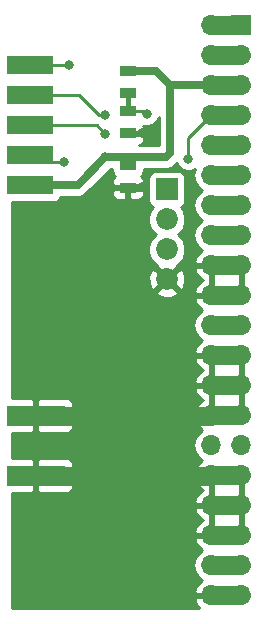
<source format=gbl>
G04 #@! TF.GenerationSoftware,KiCad,Pcbnew,5.0.2-bee76a0~70~ubuntu16.04.1*
G04 #@! TF.CreationDate,2019-12-01T18:04:24-08:00*
G04 #@! TF.ProjectId,io_jumper,696f5f6a-756d-4706-9572-2e6b69636164,1.0*
G04 #@! TF.SameCoordinates,PX7471920PY2d4cae0*
G04 #@! TF.FileFunction,Copper,L2,Bot*
G04 #@! TF.FilePolarity,Positive*
%FSLAX46Y46*%
G04 Gerber Fmt 4.6, Leading zero omitted, Abs format (unit mm)*
G04 Created by KiCad (PCBNEW 5.0.2-bee76a0~70~ubuntu16.04.1) date Sun 01 Dec 2019 06:04:24 PM PST*
%MOMM*%
%LPD*%
G01*
G04 APERTURE LIST*
G04 #@! TA.AperFunction,ComponentPad*
%ADD10R,1.700000X1.700000*%
G04 #@! TD*
G04 #@! TA.AperFunction,ComponentPad*
%ADD11O,1.700000X1.700000*%
G04 #@! TD*
G04 #@! TA.AperFunction,SMDPad,CuDef*
%ADD12R,1.397000X0.889000*%
G04 #@! TD*
G04 #@! TA.AperFunction,SMDPad,CuDef*
%ADD13R,4.000000X1.600000*%
G04 #@! TD*
G04 #@! TA.AperFunction,SMDPad,CuDef*
%ADD14R,5.000000X1.700000*%
G04 #@! TD*
G04 #@! TA.AperFunction,ComponentPad*
%ADD15R,1.850000X1.850000*%
G04 #@! TD*
G04 #@! TA.AperFunction,ComponentPad*
%ADD16C,1.850000*%
G04 #@! TD*
G04 #@! TA.AperFunction,ViaPad*
%ADD17C,0.800000*%
G04 #@! TD*
G04 #@! TA.AperFunction,Conductor*
%ADD18C,0.700000*%
G04 #@! TD*
G04 #@! TA.AperFunction,Conductor*
%ADD19C,0.250000*%
G04 #@! TD*
G04 #@! TA.AperFunction,Conductor*
%ADD20C,1.600000*%
G04 #@! TD*
G04 #@! TA.AperFunction,Conductor*
%ADD21C,0.400000*%
G04 #@! TD*
G04 #@! TA.AperFunction,Conductor*
%ADD22C,0.254000*%
G04 #@! TD*
G04 APERTURE END LIST*
D10*
G04 #@! TO.P,P1,1*
G04 #@! TO.N,Net-(P1-Pad1)*
X20100000Y-1700000D03*
D11*
G04 #@! TO.P,P1,2*
X17560000Y-1700000D03*
G04 #@! TO.P,P1,3*
G04 #@! TO.N,Net-(P1-Pad3)*
X20100000Y-4240000D03*
G04 #@! TO.P,P1,4*
X17560000Y-4240000D03*
G04 #@! TO.P,P1,5*
G04 #@! TO.N,VCC*
X20100000Y-6780000D03*
G04 #@! TO.P,P1,6*
X17560000Y-6780000D03*
G04 #@! TO.P,P1,7*
G04 #@! TO.N,Net-(P1-Pad7)*
X20100000Y-9320000D03*
G04 #@! TO.P,P1,8*
X17560000Y-9320000D03*
G04 #@! TO.P,P1,9*
G04 #@! TO.N,Net-(P1-Pad10)*
X20100000Y-11860000D03*
G04 #@! TO.P,P1,10*
X17560000Y-11860000D03*
G04 #@! TO.P,P1,11*
G04 #@! TO.N,Net-(DB2-Pad1)*
X20100000Y-14400000D03*
G04 #@! TO.P,P1,12*
X17560000Y-14400000D03*
G04 #@! TO.P,P1,13*
G04 #@! TO.N,Net-(DB2-Pad2)*
X20100000Y-16940000D03*
G04 #@! TO.P,P1,14*
X17560000Y-16940000D03*
G04 #@! TO.P,P1,15*
G04 #@! TO.N,Net-(DB2-Pad3)*
X20100000Y-19480000D03*
G04 #@! TO.P,P1,16*
X17560000Y-19480000D03*
G04 #@! TO.P,P1,17*
G04 #@! TO.N,GNDS*
X20100000Y-22020000D03*
G04 #@! TO.P,P1,18*
X17560000Y-22020000D03*
G04 #@! TO.P,P1,19*
X20100000Y-24560000D03*
G04 #@! TO.P,P1,20*
X17560000Y-24560000D03*
G04 #@! TO.P,P1,21*
G04 #@! TO.N,Net-(P1-Pad21)*
X20100000Y-27100000D03*
G04 #@! TO.P,P1,22*
X17560000Y-27100000D03*
G04 #@! TO.P,P1,23*
G04 #@! TO.N,GNDS*
X20100000Y-29640000D03*
G04 #@! TO.P,P1,24*
X17560000Y-29640000D03*
G04 #@! TO.P,P1,25*
X20100000Y-32180000D03*
G04 #@! TO.P,P1,26*
X17560000Y-32180000D03*
G04 #@! TO.P,P1,27*
X20100000Y-34720000D03*
G04 #@! TO.P,P1,28*
X17560000Y-34720000D03*
G04 #@! TO.P,P1,29*
G04 #@! TO.N,Net-(P1-Pad29)*
X20100000Y-37260000D03*
G04 #@! TO.P,P1,30*
G04 #@! TO.N,Net-(P1-Pad30)*
X17560000Y-37260000D03*
G04 #@! TO.P,P1,31*
G04 #@! TO.N,GNDS*
X20100000Y-39800000D03*
G04 #@! TO.P,P1,32*
X17560000Y-39800000D03*
G04 #@! TO.P,P1,33*
X20100000Y-42340000D03*
G04 #@! TO.P,P1,34*
X17560000Y-42340000D03*
G04 #@! TO.P,P1,35*
X20100000Y-44880000D03*
G04 #@! TO.P,P1,36*
X17560000Y-44880000D03*
G04 #@! TO.P,P1,37*
G04 #@! TO.N,Net-(P1-Pad37)*
X20100000Y-47420000D03*
G04 #@! TO.P,P1,38*
X17560000Y-47420000D03*
G04 #@! TO.P,P1,39*
G04 #@! TO.N,GNDS*
X20100000Y-49960000D03*
G04 #@! TO.P,P1,40*
X17560000Y-49960000D03*
G04 #@! TD*
D12*
G04 #@! TO.P,J2,1*
G04 #@! TO.N,VCC*
X10500000Y-5547500D03*
G04 #@! TO.P,J2,2*
G04 #@! TO.N,Net-(J1-Pad1)*
X10500000Y-7452500D03*
G04 #@! TD*
G04 #@! TO.P,C1,1*
G04 #@! TO.N,GNDS*
X10500000Y-15452500D03*
G04 #@! TO.P,C1,2*
G04 #@! TO.N,VCC*
X10500000Y-13547500D03*
G04 #@! TD*
D13*
G04 #@! TO.P,DB1,2*
G04 #@! TO.N,Net-(DB1-Pad2)*
X2189539Y-5071021D03*
G04 #@! TO.P,DB1,4*
G04 #@! TO.N,Net-(DB1-Pad4)*
X2189539Y-7611021D03*
G04 #@! TO.P,DB1,6*
G04 #@! TO.N,Net-(DB1-Pad6)*
X2189539Y-10151021D03*
G04 #@! TO.P,DB1,8*
G04 #@! TO.N,Net-(DB1-Pad8)*
X2189539Y-12691021D03*
G04 #@! TO.P,DB1,10*
G04 #@! TO.N,VCC*
X2189539Y-15231021D03*
G04 #@! TD*
D12*
G04 #@! TO.P,J1,2*
G04 #@! TO.N,GNDS*
X10500000Y-10852500D03*
G04 #@! TO.P,J1,1*
G04 #@! TO.N,Net-(J1-Pad1)*
X10500000Y-8947500D03*
G04 #@! TD*
D14*
G04 #@! TO.P,RF3,2*
G04 #@! TO.N,GNDS*
X2700000Y-34760000D03*
X2700000Y-39840000D03*
G04 #@! TD*
D15*
G04 #@! TO.P,DB2,1*
G04 #@! TO.N,Net-(DB2-Pad1)*
X13800000Y-15600000D03*
D16*
G04 #@! TO.P,DB2,2*
G04 #@! TO.N,Net-(DB2-Pad2)*
X13800000Y-18140000D03*
G04 #@! TO.P,DB2,3*
G04 #@! TO.N,Net-(DB2-Pad3)*
X13800000Y-20680000D03*
G04 #@! TO.P,DB2,4*
G04 #@! TO.N,GNDS*
X13800000Y-23220000D03*
G04 #@! TD*
D17*
G04 #@! TO.N,VCC*
X8589539Y-12871021D03*
G04 #@! TO.N,GNDS*
X11700000Y-10800000D03*
X11700000Y-15400000D03*
G04 #@! TO.N,Net-(J1-Pad1)*
X12100000Y-9200000D03*
G04 #@! TO.N,Net-(DB1-Pad2)*
X5489539Y-5071021D03*
G04 #@! TO.N,Net-(DB1-Pad4)*
X8589539Y-9271021D03*
G04 #@! TO.N,Net-(DB1-Pad6)*
X8589539Y-10871021D03*
G04 #@! TO.N,Net-(DB1-Pad8)*
X5089539Y-13271021D03*
G04 #@! TO.N,Net-(P1-Pad7)*
X15600000Y-13000000D03*
G04 #@! TD*
D18*
G04 #@! TO.N,VCC*
X17560000Y-6780000D02*
X14920000Y-6780000D01*
X8589539Y-12871021D02*
X13728979Y-12871021D01*
X13728979Y-12871021D02*
X14100000Y-12500000D01*
D19*
X10500000Y-13547500D02*
X10500000Y-12900000D01*
D18*
X12847500Y-5547500D02*
X10500000Y-5547500D01*
X14100000Y-6800000D02*
X12847500Y-5547500D01*
X14100000Y-12400000D02*
X14100000Y-6800000D01*
X14920000Y-6780000D02*
X14120000Y-6780000D01*
X14120000Y-6780000D02*
X14100000Y-6800000D01*
X2189539Y-15231021D02*
X6268979Y-15231021D01*
X6268979Y-15231021D02*
X8600000Y-12900000D01*
D20*
X17560000Y-6780000D02*
X20100000Y-6780000D01*
D21*
G04 #@! TO.N,GNDS*
X11647500Y-10852500D02*
X11700000Y-10800000D01*
X10500000Y-10852500D02*
X11647500Y-10852500D01*
D18*
X11647500Y-15452500D02*
X11700000Y-15400000D01*
X10500000Y-15452500D02*
X11647500Y-15452500D01*
D20*
X17560000Y-22020000D02*
X20100000Y-22020000D01*
X17560000Y-24560000D02*
X20100000Y-24560000D01*
X17560000Y-29640000D02*
X20100000Y-29640000D01*
X17560000Y-32180000D02*
X20100000Y-32180000D01*
X17560000Y-34720000D02*
X20100000Y-34720000D01*
X17560000Y-39800000D02*
X20100000Y-39800000D01*
X17560000Y-42340000D02*
X20100000Y-42340000D01*
X17560000Y-44880000D02*
X20100000Y-44880000D01*
X17560000Y-49960000D02*
X20100000Y-49960000D01*
X17520000Y-34760000D02*
X17560000Y-34720000D01*
X2700000Y-34760000D02*
X17520000Y-34760000D01*
X17520000Y-39840000D02*
X17560000Y-39800000D01*
X2700000Y-39840000D02*
X17520000Y-39840000D01*
D19*
G04 #@! TO.N,Net-(J1-Pad1)*
X10500000Y-8947500D02*
X11847500Y-8947500D01*
X11847500Y-8947500D02*
X12100000Y-9200000D01*
D21*
X10500000Y-7452500D02*
X10500000Y-8947500D01*
D19*
G04 #@! TO.N,Net-(DB1-Pad2)*
X5489539Y-5071021D02*
X2389539Y-5071021D01*
X2389539Y-5071021D02*
X2289539Y-5171021D01*
G04 #@! TO.N,Net-(DB1-Pad4)*
X4439539Y-7611021D02*
X2189539Y-7611021D01*
X6363854Y-7611021D02*
X4439539Y-7611021D01*
X8023854Y-9271021D02*
X6363854Y-7611021D01*
X8589539Y-9271021D02*
X8023854Y-9271021D01*
G04 #@! TO.N,Net-(DB1-Pad6)*
X7869539Y-10151021D02*
X2189539Y-10151021D01*
X8589539Y-10871021D02*
X7869539Y-10151021D01*
G04 #@! TO.N,Net-(DB1-Pad8)*
X2769539Y-13271021D02*
X2189539Y-12691021D01*
X5089539Y-13271021D02*
X2769539Y-13271021D01*
G04 #@! TO.N,Net-(P1-Pad7)*
X15600000Y-11280000D02*
X17560000Y-9320000D01*
X15600000Y-13000000D02*
X15600000Y-11280000D01*
D20*
X17560000Y-9320000D02*
X20100000Y-9320000D01*
G04 #@! TO.N,Net-(P1-Pad10)*
X17560000Y-11860000D02*
X20100000Y-11860000D01*
G04 #@! TO.N,Net-(P1-Pad1)*
X17560000Y-1700000D02*
X20100000Y-1700000D01*
G04 #@! TO.N,Net-(P1-Pad3)*
X17560000Y-4240000D02*
X20100000Y-4240000D01*
G04 #@! TO.N,Net-(DB2-Pad1)*
X17560000Y-14400000D02*
X20100000Y-14400000D01*
G04 #@! TO.N,Net-(DB2-Pad2)*
X17560000Y-16940000D02*
X20100000Y-16940000D01*
G04 #@! TO.N,Net-(DB2-Pad3)*
X17560000Y-19480000D02*
X20100000Y-19480000D01*
G04 #@! TO.N,Net-(P1-Pad21)*
X17560000Y-27100000D02*
X20100000Y-27100000D01*
G04 #@! TO.N,Net-(P1-Pad37)*
X17560000Y-47420000D02*
X20100000Y-47420000D01*
G04 #@! TD*
D22*
G04 #@! TO.N,GNDS*
G36*
X14722569Y-13586280D02*
X15013720Y-13877431D01*
X15394126Y-14035000D01*
X15805874Y-14035000D01*
X16146582Y-13893874D01*
X16045908Y-14400000D01*
X16161161Y-14979418D01*
X16489375Y-15470625D01*
X16787761Y-15670000D01*
X16489375Y-15869375D01*
X16161161Y-16360582D01*
X16045908Y-16940000D01*
X16161161Y-17519418D01*
X16489375Y-18010625D01*
X16787761Y-18210000D01*
X16489375Y-18409375D01*
X16161161Y-18900582D01*
X16045908Y-19480000D01*
X16161161Y-20059418D01*
X16489375Y-20550625D01*
X16808478Y-20763843D01*
X16678642Y-20824817D01*
X16288355Y-21253076D01*
X16118524Y-21663110D01*
X16239845Y-21893000D01*
X17433000Y-21893000D01*
X17433000Y-21873000D01*
X17687000Y-21873000D01*
X17687000Y-21893000D01*
X19973000Y-21893000D01*
X19973000Y-21873000D01*
X20227000Y-21873000D01*
X20227000Y-21893000D01*
X20247000Y-21893000D01*
X20247000Y-22147000D01*
X20227000Y-22147000D01*
X20227000Y-24433000D01*
X20247000Y-24433000D01*
X20247000Y-24687000D01*
X20227000Y-24687000D01*
X20227000Y-24707000D01*
X19973000Y-24707000D01*
X19973000Y-24687000D01*
X17687000Y-24687000D01*
X17687000Y-24707000D01*
X17433000Y-24707000D01*
X17433000Y-24687000D01*
X16239845Y-24687000D01*
X16118524Y-24916890D01*
X16288355Y-25326924D01*
X16678642Y-25755183D01*
X16808478Y-25816157D01*
X16489375Y-26029375D01*
X16161161Y-26520582D01*
X16045908Y-27100000D01*
X16161161Y-27679418D01*
X16489375Y-28170625D01*
X16808478Y-28383843D01*
X16678642Y-28444817D01*
X16288355Y-28873076D01*
X16118524Y-29283110D01*
X16239845Y-29513000D01*
X17433000Y-29513000D01*
X17433000Y-29493000D01*
X17687000Y-29493000D01*
X17687000Y-29513000D01*
X19973000Y-29513000D01*
X19973000Y-29493000D01*
X20227000Y-29493000D01*
X20227000Y-29513000D01*
X20247000Y-29513000D01*
X20247000Y-29767000D01*
X20227000Y-29767000D01*
X20227000Y-32053000D01*
X20247000Y-32053000D01*
X20247000Y-32307000D01*
X20227000Y-32307000D01*
X20227000Y-34593000D01*
X20247000Y-34593000D01*
X20247000Y-34847000D01*
X20227000Y-34847000D01*
X20227000Y-34867000D01*
X19973000Y-34867000D01*
X19973000Y-34847000D01*
X17687000Y-34847000D01*
X17687000Y-34867000D01*
X17433000Y-34867000D01*
X17433000Y-34847000D01*
X16239845Y-34847000D01*
X16118524Y-35076890D01*
X16288355Y-35486924D01*
X16678642Y-35915183D01*
X16808478Y-35976157D01*
X16489375Y-36189375D01*
X16161161Y-36680582D01*
X16045908Y-37260000D01*
X16161161Y-37839418D01*
X16489375Y-38330625D01*
X16808478Y-38543843D01*
X16678642Y-38604817D01*
X16288355Y-39033076D01*
X16118524Y-39443110D01*
X16239845Y-39673000D01*
X17433000Y-39673000D01*
X17433000Y-39653000D01*
X17687000Y-39653000D01*
X17687000Y-39673000D01*
X19973000Y-39673000D01*
X19973000Y-39653000D01*
X20227000Y-39653000D01*
X20227000Y-39673000D01*
X20247000Y-39673000D01*
X20247000Y-39927000D01*
X20227000Y-39927000D01*
X20227000Y-42213000D01*
X20247000Y-42213000D01*
X20247000Y-42467000D01*
X20227000Y-42467000D01*
X20227000Y-44753000D01*
X20247000Y-44753000D01*
X20247000Y-45007000D01*
X20227000Y-45007000D01*
X20227000Y-45027000D01*
X19973000Y-45027000D01*
X19973000Y-45007000D01*
X17687000Y-45007000D01*
X17687000Y-45027000D01*
X17433000Y-45027000D01*
X17433000Y-45007000D01*
X16239845Y-45007000D01*
X16118524Y-45236890D01*
X16288355Y-45646924D01*
X16678642Y-46075183D01*
X16808478Y-46136157D01*
X16489375Y-46349375D01*
X16161161Y-46840582D01*
X16045908Y-47420000D01*
X16161161Y-47999418D01*
X16489375Y-48490625D01*
X16808478Y-48703843D01*
X16678642Y-48764817D01*
X16288355Y-49193076D01*
X16118524Y-49603110D01*
X16239845Y-49833000D01*
X17433000Y-49833000D01*
X17433000Y-49813000D01*
X17687000Y-49813000D01*
X17687000Y-49833000D01*
X19973000Y-49833000D01*
X19973000Y-49813000D01*
X20227000Y-49813000D01*
X20227000Y-49833000D01*
X20247000Y-49833000D01*
X20247000Y-50087000D01*
X20227000Y-50087000D01*
X20227000Y-50107000D01*
X19973000Y-50107000D01*
X19973000Y-50087000D01*
X17687000Y-50087000D01*
X17687000Y-50107000D01*
X17433000Y-50107000D01*
X17433000Y-50087000D01*
X16239845Y-50087000D01*
X16118524Y-50316890D01*
X16288355Y-50726924D01*
X16550888Y-51015000D01*
X685000Y-51015000D01*
X685000Y-42696890D01*
X16118524Y-42696890D01*
X16288355Y-43106924D01*
X16678642Y-43535183D01*
X16837954Y-43610000D01*
X16678642Y-43684817D01*
X16288355Y-44113076D01*
X16118524Y-44523110D01*
X16239845Y-44753000D01*
X17433000Y-44753000D01*
X17433000Y-42467000D01*
X17687000Y-42467000D01*
X17687000Y-44753000D01*
X19973000Y-44753000D01*
X19973000Y-42467000D01*
X17687000Y-42467000D01*
X17433000Y-42467000D01*
X16239845Y-42467000D01*
X16118524Y-42696890D01*
X685000Y-42696890D01*
X685000Y-41325000D01*
X2414250Y-41325000D01*
X2573000Y-41166250D01*
X2573000Y-39967000D01*
X2827000Y-39967000D01*
X2827000Y-41166250D01*
X2985750Y-41325000D01*
X5326310Y-41325000D01*
X5559699Y-41228327D01*
X5738327Y-41049698D01*
X5835000Y-40816309D01*
X5835000Y-40156890D01*
X16118524Y-40156890D01*
X16288355Y-40566924D01*
X16678642Y-40995183D01*
X16837954Y-41070000D01*
X16678642Y-41144817D01*
X16288355Y-41573076D01*
X16118524Y-41983110D01*
X16239845Y-42213000D01*
X17433000Y-42213000D01*
X17433000Y-39927000D01*
X17687000Y-39927000D01*
X17687000Y-42213000D01*
X19973000Y-42213000D01*
X19973000Y-39927000D01*
X17687000Y-39927000D01*
X17433000Y-39927000D01*
X16239845Y-39927000D01*
X16118524Y-40156890D01*
X5835000Y-40156890D01*
X5835000Y-40125750D01*
X5676250Y-39967000D01*
X2827000Y-39967000D01*
X2573000Y-39967000D01*
X2553000Y-39967000D01*
X2553000Y-39713000D01*
X2573000Y-39713000D01*
X2573000Y-38513750D01*
X2827000Y-38513750D01*
X2827000Y-39713000D01*
X5676250Y-39713000D01*
X5835000Y-39554250D01*
X5835000Y-38863691D01*
X5738327Y-38630302D01*
X5559699Y-38451673D01*
X5326310Y-38355000D01*
X2985750Y-38355000D01*
X2827000Y-38513750D01*
X2573000Y-38513750D01*
X2414250Y-38355000D01*
X685000Y-38355000D01*
X685000Y-36245000D01*
X2414250Y-36245000D01*
X2573000Y-36086250D01*
X2573000Y-34887000D01*
X2827000Y-34887000D01*
X2827000Y-36086250D01*
X2985750Y-36245000D01*
X5326310Y-36245000D01*
X5559699Y-36148327D01*
X5738327Y-35969698D01*
X5835000Y-35736309D01*
X5835000Y-35045750D01*
X5676250Y-34887000D01*
X2827000Y-34887000D01*
X2573000Y-34887000D01*
X2553000Y-34887000D01*
X2553000Y-34633000D01*
X2573000Y-34633000D01*
X2573000Y-33433750D01*
X2827000Y-33433750D01*
X2827000Y-34633000D01*
X5676250Y-34633000D01*
X5835000Y-34474250D01*
X5835000Y-33783691D01*
X5738327Y-33550302D01*
X5559699Y-33371673D01*
X5326310Y-33275000D01*
X2985750Y-33275000D01*
X2827000Y-33433750D01*
X2573000Y-33433750D01*
X2414250Y-33275000D01*
X685000Y-33275000D01*
X685000Y-32536890D01*
X16118524Y-32536890D01*
X16288355Y-32946924D01*
X16678642Y-33375183D01*
X16837954Y-33450000D01*
X16678642Y-33524817D01*
X16288355Y-33953076D01*
X16118524Y-34363110D01*
X16239845Y-34593000D01*
X17433000Y-34593000D01*
X17433000Y-32307000D01*
X17687000Y-32307000D01*
X17687000Y-34593000D01*
X19973000Y-34593000D01*
X19973000Y-32307000D01*
X17687000Y-32307000D01*
X17433000Y-32307000D01*
X16239845Y-32307000D01*
X16118524Y-32536890D01*
X685000Y-32536890D01*
X685000Y-29996890D01*
X16118524Y-29996890D01*
X16288355Y-30406924D01*
X16678642Y-30835183D01*
X16837954Y-30910000D01*
X16678642Y-30984817D01*
X16288355Y-31413076D01*
X16118524Y-31823110D01*
X16239845Y-32053000D01*
X17433000Y-32053000D01*
X17433000Y-29767000D01*
X17687000Y-29767000D01*
X17687000Y-32053000D01*
X19973000Y-32053000D01*
X19973000Y-29767000D01*
X17687000Y-29767000D01*
X17433000Y-29767000D01*
X16239845Y-29767000D01*
X16118524Y-29996890D01*
X685000Y-29996890D01*
X685000Y-24318256D01*
X12881349Y-24318256D01*
X12970821Y-24577332D01*
X13553368Y-24791325D01*
X14173461Y-24766097D01*
X14629179Y-24577332D01*
X14718651Y-24318256D01*
X13800000Y-23399605D01*
X12881349Y-24318256D01*
X685000Y-24318256D01*
X685000Y-22973368D01*
X12228675Y-22973368D01*
X12253903Y-23593461D01*
X12442668Y-24049179D01*
X12701744Y-24138651D01*
X13620395Y-23220000D01*
X13979605Y-23220000D01*
X14898256Y-24138651D01*
X15157332Y-24049179D01*
X15371325Y-23466632D01*
X15346097Y-22846539D01*
X15157332Y-22390821D01*
X15116994Y-22376890D01*
X16118524Y-22376890D01*
X16288355Y-22786924D01*
X16678642Y-23215183D01*
X16837954Y-23290000D01*
X16678642Y-23364817D01*
X16288355Y-23793076D01*
X16118524Y-24203110D01*
X16239845Y-24433000D01*
X17433000Y-24433000D01*
X17433000Y-22147000D01*
X17687000Y-22147000D01*
X17687000Y-24433000D01*
X19973000Y-24433000D01*
X19973000Y-22147000D01*
X17687000Y-22147000D01*
X17433000Y-22147000D01*
X16239845Y-22147000D01*
X16118524Y-22376890D01*
X15116994Y-22376890D01*
X14898256Y-22301349D01*
X13979605Y-23220000D01*
X13620395Y-23220000D01*
X12701744Y-22301349D01*
X12442668Y-22390821D01*
X12228675Y-22973368D01*
X685000Y-22973368D01*
X685000Y-16678461D01*
X4189539Y-16678461D01*
X4437304Y-16629178D01*
X4647348Y-16488830D01*
X4787696Y-16278786D01*
X4800181Y-16216021D01*
X6171971Y-16216021D01*
X6268979Y-16235317D01*
X6365987Y-16216021D01*
X6365991Y-16216021D01*
X6653307Y-16158870D01*
X6979124Y-15941166D01*
X7034077Y-15858923D01*
X7154750Y-15738250D01*
X9166500Y-15738250D01*
X9166500Y-16023309D01*
X9263173Y-16256698D01*
X9441801Y-16435327D01*
X9675190Y-16532000D01*
X10214250Y-16532000D01*
X10373000Y-16373250D01*
X10373000Y-15579500D01*
X10627000Y-15579500D01*
X10627000Y-16373250D01*
X10785750Y-16532000D01*
X11324810Y-16532000D01*
X11558199Y-16435327D01*
X11736827Y-16256698D01*
X11833500Y-16023309D01*
X11833500Y-15738250D01*
X11674750Y-15579500D01*
X10627000Y-15579500D01*
X10373000Y-15579500D01*
X9325250Y-15579500D01*
X9166500Y-15738250D01*
X7154750Y-15738250D01*
X9036979Y-13856021D01*
X9154060Y-13856021D01*
X9154060Y-13992000D01*
X9203343Y-14239765D01*
X9343691Y-14449809D01*
X9414411Y-14497063D01*
X9263173Y-14648302D01*
X9166500Y-14881691D01*
X9166500Y-15166750D01*
X9325250Y-15325500D01*
X10373000Y-15325500D01*
X10373000Y-15305500D01*
X10627000Y-15305500D01*
X10627000Y-15325500D01*
X11674750Y-15325500D01*
X11833500Y-15166750D01*
X11833500Y-14881691D01*
X11747886Y-14675000D01*
X12227560Y-14675000D01*
X12227560Y-16525000D01*
X12276843Y-16772765D01*
X12417191Y-16982809D01*
X12617305Y-17116522D01*
X12477496Y-17256331D01*
X12240000Y-17829697D01*
X12240000Y-18450303D01*
X12477496Y-19023669D01*
X12863827Y-19410000D01*
X12477496Y-19796331D01*
X12240000Y-20369697D01*
X12240000Y-20990303D01*
X12477496Y-21563669D01*
X12916331Y-22002504D01*
X12921753Y-22004750D01*
X12881349Y-22121744D01*
X13800000Y-23040395D01*
X14718651Y-22121744D01*
X14678247Y-22004750D01*
X14683669Y-22002504D01*
X15122504Y-21563669D01*
X15360000Y-20990303D01*
X15360000Y-20369697D01*
X15122504Y-19796331D01*
X14736173Y-19410000D01*
X15122504Y-19023669D01*
X15360000Y-18450303D01*
X15360000Y-17829697D01*
X15122504Y-17256331D01*
X14982695Y-17116522D01*
X15182809Y-16982809D01*
X15323157Y-16772765D01*
X15372440Y-16525000D01*
X15372440Y-14675000D01*
X15323157Y-14427235D01*
X15182809Y-14217191D01*
X14972765Y-14076843D01*
X14725000Y-14027560D01*
X12875000Y-14027560D01*
X12627235Y-14076843D01*
X12417191Y-14217191D01*
X12276843Y-14427235D01*
X12227560Y-14675000D01*
X11747886Y-14675000D01*
X11736827Y-14648302D01*
X11585589Y-14497063D01*
X11656309Y-14449809D01*
X11796657Y-14239765D01*
X11845940Y-13992000D01*
X11845940Y-13856021D01*
X13631971Y-13856021D01*
X13728979Y-13875317D01*
X13825987Y-13856021D01*
X13825991Y-13856021D01*
X14113307Y-13798870D01*
X14439124Y-13581166D01*
X14494077Y-13498923D01*
X14630059Y-13362941D01*
X14722569Y-13586280D01*
X14722569Y-13586280D01*
G37*
X14722569Y-13586280D02*
X15013720Y-13877431D01*
X15394126Y-14035000D01*
X15805874Y-14035000D01*
X16146582Y-13893874D01*
X16045908Y-14400000D01*
X16161161Y-14979418D01*
X16489375Y-15470625D01*
X16787761Y-15670000D01*
X16489375Y-15869375D01*
X16161161Y-16360582D01*
X16045908Y-16940000D01*
X16161161Y-17519418D01*
X16489375Y-18010625D01*
X16787761Y-18210000D01*
X16489375Y-18409375D01*
X16161161Y-18900582D01*
X16045908Y-19480000D01*
X16161161Y-20059418D01*
X16489375Y-20550625D01*
X16808478Y-20763843D01*
X16678642Y-20824817D01*
X16288355Y-21253076D01*
X16118524Y-21663110D01*
X16239845Y-21893000D01*
X17433000Y-21893000D01*
X17433000Y-21873000D01*
X17687000Y-21873000D01*
X17687000Y-21893000D01*
X19973000Y-21893000D01*
X19973000Y-21873000D01*
X20227000Y-21873000D01*
X20227000Y-21893000D01*
X20247000Y-21893000D01*
X20247000Y-22147000D01*
X20227000Y-22147000D01*
X20227000Y-24433000D01*
X20247000Y-24433000D01*
X20247000Y-24687000D01*
X20227000Y-24687000D01*
X20227000Y-24707000D01*
X19973000Y-24707000D01*
X19973000Y-24687000D01*
X17687000Y-24687000D01*
X17687000Y-24707000D01*
X17433000Y-24707000D01*
X17433000Y-24687000D01*
X16239845Y-24687000D01*
X16118524Y-24916890D01*
X16288355Y-25326924D01*
X16678642Y-25755183D01*
X16808478Y-25816157D01*
X16489375Y-26029375D01*
X16161161Y-26520582D01*
X16045908Y-27100000D01*
X16161161Y-27679418D01*
X16489375Y-28170625D01*
X16808478Y-28383843D01*
X16678642Y-28444817D01*
X16288355Y-28873076D01*
X16118524Y-29283110D01*
X16239845Y-29513000D01*
X17433000Y-29513000D01*
X17433000Y-29493000D01*
X17687000Y-29493000D01*
X17687000Y-29513000D01*
X19973000Y-29513000D01*
X19973000Y-29493000D01*
X20227000Y-29493000D01*
X20227000Y-29513000D01*
X20247000Y-29513000D01*
X20247000Y-29767000D01*
X20227000Y-29767000D01*
X20227000Y-32053000D01*
X20247000Y-32053000D01*
X20247000Y-32307000D01*
X20227000Y-32307000D01*
X20227000Y-34593000D01*
X20247000Y-34593000D01*
X20247000Y-34847000D01*
X20227000Y-34847000D01*
X20227000Y-34867000D01*
X19973000Y-34867000D01*
X19973000Y-34847000D01*
X17687000Y-34847000D01*
X17687000Y-34867000D01*
X17433000Y-34867000D01*
X17433000Y-34847000D01*
X16239845Y-34847000D01*
X16118524Y-35076890D01*
X16288355Y-35486924D01*
X16678642Y-35915183D01*
X16808478Y-35976157D01*
X16489375Y-36189375D01*
X16161161Y-36680582D01*
X16045908Y-37260000D01*
X16161161Y-37839418D01*
X16489375Y-38330625D01*
X16808478Y-38543843D01*
X16678642Y-38604817D01*
X16288355Y-39033076D01*
X16118524Y-39443110D01*
X16239845Y-39673000D01*
X17433000Y-39673000D01*
X17433000Y-39653000D01*
X17687000Y-39653000D01*
X17687000Y-39673000D01*
X19973000Y-39673000D01*
X19973000Y-39653000D01*
X20227000Y-39653000D01*
X20227000Y-39673000D01*
X20247000Y-39673000D01*
X20247000Y-39927000D01*
X20227000Y-39927000D01*
X20227000Y-42213000D01*
X20247000Y-42213000D01*
X20247000Y-42467000D01*
X20227000Y-42467000D01*
X20227000Y-44753000D01*
X20247000Y-44753000D01*
X20247000Y-45007000D01*
X20227000Y-45007000D01*
X20227000Y-45027000D01*
X19973000Y-45027000D01*
X19973000Y-45007000D01*
X17687000Y-45007000D01*
X17687000Y-45027000D01*
X17433000Y-45027000D01*
X17433000Y-45007000D01*
X16239845Y-45007000D01*
X16118524Y-45236890D01*
X16288355Y-45646924D01*
X16678642Y-46075183D01*
X16808478Y-46136157D01*
X16489375Y-46349375D01*
X16161161Y-46840582D01*
X16045908Y-47420000D01*
X16161161Y-47999418D01*
X16489375Y-48490625D01*
X16808478Y-48703843D01*
X16678642Y-48764817D01*
X16288355Y-49193076D01*
X16118524Y-49603110D01*
X16239845Y-49833000D01*
X17433000Y-49833000D01*
X17433000Y-49813000D01*
X17687000Y-49813000D01*
X17687000Y-49833000D01*
X19973000Y-49833000D01*
X19973000Y-49813000D01*
X20227000Y-49813000D01*
X20227000Y-49833000D01*
X20247000Y-49833000D01*
X20247000Y-50087000D01*
X20227000Y-50087000D01*
X20227000Y-50107000D01*
X19973000Y-50107000D01*
X19973000Y-50087000D01*
X17687000Y-50087000D01*
X17687000Y-50107000D01*
X17433000Y-50107000D01*
X17433000Y-50087000D01*
X16239845Y-50087000D01*
X16118524Y-50316890D01*
X16288355Y-50726924D01*
X16550888Y-51015000D01*
X685000Y-51015000D01*
X685000Y-42696890D01*
X16118524Y-42696890D01*
X16288355Y-43106924D01*
X16678642Y-43535183D01*
X16837954Y-43610000D01*
X16678642Y-43684817D01*
X16288355Y-44113076D01*
X16118524Y-44523110D01*
X16239845Y-44753000D01*
X17433000Y-44753000D01*
X17433000Y-42467000D01*
X17687000Y-42467000D01*
X17687000Y-44753000D01*
X19973000Y-44753000D01*
X19973000Y-42467000D01*
X17687000Y-42467000D01*
X17433000Y-42467000D01*
X16239845Y-42467000D01*
X16118524Y-42696890D01*
X685000Y-42696890D01*
X685000Y-41325000D01*
X2414250Y-41325000D01*
X2573000Y-41166250D01*
X2573000Y-39967000D01*
X2827000Y-39967000D01*
X2827000Y-41166250D01*
X2985750Y-41325000D01*
X5326310Y-41325000D01*
X5559699Y-41228327D01*
X5738327Y-41049698D01*
X5835000Y-40816309D01*
X5835000Y-40156890D01*
X16118524Y-40156890D01*
X16288355Y-40566924D01*
X16678642Y-40995183D01*
X16837954Y-41070000D01*
X16678642Y-41144817D01*
X16288355Y-41573076D01*
X16118524Y-41983110D01*
X16239845Y-42213000D01*
X17433000Y-42213000D01*
X17433000Y-39927000D01*
X17687000Y-39927000D01*
X17687000Y-42213000D01*
X19973000Y-42213000D01*
X19973000Y-39927000D01*
X17687000Y-39927000D01*
X17433000Y-39927000D01*
X16239845Y-39927000D01*
X16118524Y-40156890D01*
X5835000Y-40156890D01*
X5835000Y-40125750D01*
X5676250Y-39967000D01*
X2827000Y-39967000D01*
X2573000Y-39967000D01*
X2553000Y-39967000D01*
X2553000Y-39713000D01*
X2573000Y-39713000D01*
X2573000Y-38513750D01*
X2827000Y-38513750D01*
X2827000Y-39713000D01*
X5676250Y-39713000D01*
X5835000Y-39554250D01*
X5835000Y-38863691D01*
X5738327Y-38630302D01*
X5559699Y-38451673D01*
X5326310Y-38355000D01*
X2985750Y-38355000D01*
X2827000Y-38513750D01*
X2573000Y-38513750D01*
X2414250Y-38355000D01*
X685000Y-38355000D01*
X685000Y-36245000D01*
X2414250Y-36245000D01*
X2573000Y-36086250D01*
X2573000Y-34887000D01*
X2827000Y-34887000D01*
X2827000Y-36086250D01*
X2985750Y-36245000D01*
X5326310Y-36245000D01*
X5559699Y-36148327D01*
X5738327Y-35969698D01*
X5835000Y-35736309D01*
X5835000Y-35045750D01*
X5676250Y-34887000D01*
X2827000Y-34887000D01*
X2573000Y-34887000D01*
X2553000Y-34887000D01*
X2553000Y-34633000D01*
X2573000Y-34633000D01*
X2573000Y-33433750D01*
X2827000Y-33433750D01*
X2827000Y-34633000D01*
X5676250Y-34633000D01*
X5835000Y-34474250D01*
X5835000Y-33783691D01*
X5738327Y-33550302D01*
X5559699Y-33371673D01*
X5326310Y-33275000D01*
X2985750Y-33275000D01*
X2827000Y-33433750D01*
X2573000Y-33433750D01*
X2414250Y-33275000D01*
X685000Y-33275000D01*
X685000Y-32536890D01*
X16118524Y-32536890D01*
X16288355Y-32946924D01*
X16678642Y-33375183D01*
X16837954Y-33450000D01*
X16678642Y-33524817D01*
X16288355Y-33953076D01*
X16118524Y-34363110D01*
X16239845Y-34593000D01*
X17433000Y-34593000D01*
X17433000Y-32307000D01*
X17687000Y-32307000D01*
X17687000Y-34593000D01*
X19973000Y-34593000D01*
X19973000Y-32307000D01*
X17687000Y-32307000D01*
X17433000Y-32307000D01*
X16239845Y-32307000D01*
X16118524Y-32536890D01*
X685000Y-32536890D01*
X685000Y-29996890D01*
X16118524Y-29996890D01*
X16288355Y-30406924D01*
X16678642Y-30835183D01*
X16837954Y-30910000D01*
X16678642Y-30984817D01*
X16288355Y-31413076D01*
X16118524Y-31823110D01*
X16239845Y-32053000D01*
X17433000Y-32053000D01*
X17433000Y-29767000D01*
X17687000Y-29767000D01*
X17687000Y-32053000D01*
X19973000Y-32053000D01*
X19973000Y-29767000D01*
X17687000Y-29767000D01*
X17433000Y-29767000D01*
X16239845Y-29767000D01*
X16118524Y-29996890D01*
X685000Y-29996890D01*
X685000Y-24318256D01*
X12881349Y-24318256D01*
X12970821Y-24577332D01*
X13553368Y-24791325D01*
X14173461Y-24766097D01*
X14629179Y-24577332D01*
X14718651Y-24318256D01*
X13800000Y-23399605D01*
X12881349Y-24318256D01*
X685000Y-24318256D01*
X685000Y-22973368D01*
X12228675Y-22973368D01*
X12253903Y-23593461D01*
X12442668Y-24049179D01*
X12701744Y-24138651D01*
X13620395Y-23220000D01*
X13979605Y-23220000D01*
X14898256Y-24138651D01*
X15157332Y-24049179D01*
X15371325Y-23466632D01*
X15346097Y-22846539D01*
X15157332Y-22390821D01*
X15116994Y-22376890D01*
X16118524Y-22376890D01*
X16288355Y-22786924D01*
X16678642Y-23215183D01*
X16837954Y-23290000D01*
X16678642Y-23364817D01*
X16288355Y-23793076D01*
X16118524Y-24203110D01*
X16239845Y-24433000D01*
X17433000Y-24433000D01*
X17433000Y-22147000D01*
X17687000Y-22147000D01*
X17687000Y-24433000D01*
X19973000Y-24433000D01*
X19973000Y-22147000D01*
X17687000Y-22147000D01*
X17433000Y-22147000D01*
X16239845Y-22147000D01*
X16118524Y-22376890D01*
X15116994Y-22376890D01*
X14898256Y-22301349D01*
X13979605Y-23220000D01*
X13620395Y-23220000D01*
X12701744Y-22301349D01*
X12442668Y-22390821D01*
X12228675Y-22973368D01*
X685000Y-22973368D01*
X685000Y-16678461D01*
X4189539Y-16678461D01*
X4437304Y-16629178D01*
X4647348Y-16488830D01*
X4787696Y-16278786D01*
X4800181Y-16216021D01*
X6171971Y-16216021D01*
X6268979Y-16235317D01*
X6365987Y-16216021D01*
X6365991Y-16216021D01*
X6653307Y-16158870D01*
X6979124Y-15941166D01*
X7034077Y-15858923D01*
X7154750Y-15738250D01*
X9166500Y-15738250D01*
X9166500Y-16023309D01*
X9263173Y-16256698D01*
X9441801Y-16435327D01*
X9675190Y-16532000D01*
X10214250Y-16532000D01*
X10373000Y-16373250D01*
X10373000Y-15579500D01*
X10627000Y-15579500D01*
X10627000Y-16373250D01*
X10785750Y-16532000D01*
X11324810Y-16532000D01*
X11558199Y-16435327D01*
X11736827Y-16256698D01*
X11833500Y-16023309D01*
X11833500Y-15738250D01*
X11674750Y-15579500D01*
X10627000Y-15579500D01*
X10373000Y-15579500D01*
X9325250Y-15579500D01*
X9166500Y-15738250D01*
X7154750Y-15738250D01*
X9036979Y-13856021D01*
X9154060Y-13856021D01*
X9154060Y-13992000D01*
X9203343Y-14239765D01*
X9343691Y-14449809D01*
X9414411Y-14497063D01*
X9263173Y-14648302D01*
X9166500Y-14881691D01*
X9166500Y-15166750D01*
X9325250Y-15325500D01*
X10373000Y-15325500D01*
X10373000Y-15305500D01*
X10627000Y-15305500D01*
X10627000Y-15325500D01*
X11674750Y-15325500D01*
X11833500Y-15166750D01*
X11833500Y-14881691D01*
X11747886Y-14675000D01*
X12227560Y-14675000D01*
X12227560Y-16525000D01*
X12276843Y-16772765D01*
X12417191Y-16982809D01*
X12617305Y-17116522D01*
X12477496Y-17256331D01*
X12240000Y-17829697D01*
X12240000Y-18450303D01*
X12477496Y-19023669D01*
X12863827Y-19410000D01*
X12477496Y-19796331D01*
X12240000Y-20369697D01*
X12240000Y-20990303D01*
X12477496Y-21563669D01*
X12916331Y-22002504D01*
X12921753Y-22004750D01*
X12881349Y-22121744D01*
X13800000Y-23040395D01*
X14718651Y-22121744D01*
X14678247Y-22004750D01*
X14683669Y-22002504D01*
X15122504Y-21563669D01*
X15360000Y-20990303D01*
X15360000Y-20369697D01*
X15122504Y-19796331D01*
X14736173Y-19410000D01*
X15122504Y-19023669D01*
X15360000Y-18450303D01*
X15360000Y-17829697D01*
X15122504Y-17256331D01*
X14982695Y-17116522D01*
X15182809Y-16982809D01*
X15323157Y-16772765D01*
X15372440Y-16525000D01*
X15372440Y-14675000D01*
X15323157Y-14427235D01*
X15182809Y-14217191D01*
X14972765Y-14076843D01*
X14725000Y-14027560D01*
X12875000Y-14027560D01*
X12627235Y-14076843D01*
X12417191Y-14217191D01*
X12276843Y-14427235D01*
X12227560Y-14675000D01*
X11747886Y-14675000D01*
X11736827Y-14648302D01*
X11585589Y-14497063D01*
X11656309Y-14449809D01*
X11796657Y-14239765D01*
X11845940Y-13992000D01*
X11845940Y-13856021D01*
X13631971Y-13856021D01*
X13728979Y-13875317D01*
X13825987Y-13856021D01*
X13825991Y-13856021D01*
X14113307Y-13798870D01*
X14439124Y-13581166D01*
X14494077Y-13498923D01*
X14630059Y-13362941D01*
X14722569Y-13586280D01*
G36*
X13115000Y-11886021D02*
X11435813Y-11886021D01*
X11558199Y-11835327D01*
X11736827Y-11656698D01*
X11833500Y-11423309D01*
X11833500Y-11138250D01*
X11674750Y-10979500D01*
X10627000Y-10979500D01*
X10627000Y-10999500D01*
X10373000Y-10999500D01*
X10373000Y-10979500D01*
X10353000Y-10979500D01*
X10353000Y-10725500D01*
X10373000Y-10725500D01*
X10373000Y-10705500D01*
X10627000Y-10705500D01*
X10627000Y-10725500D01*
X11674750Y-10725500D01*
X11833500Y-10566750D01*
X11833500Y-10281691D01*
X11797598Y-10195017D01*
X11894126Y-10235000D01*
X12305874Y-10235000D01*
X12686280Y-10077431D01*
X12977431Y-9786280D01*
X13115001Y-9454157D01*
X13115000Y-11886021D01*
X13115000Y-11886021D01*
G37*
X13115000Y-11886021D02*
X11435813Y-11886021D01*
X11558199Y-11835327D01*
X11736827Y-11656698D01*
X11833500Y-11423309D01*
X11833500Y-11138250D01*
X11674750Y-10979500D01*
X10627000Y-10979500D01*
X10627000Y-10999500D01*
X10373000Y-10999500D01*
X10373000Y-10979500D01*
X10353000Y-10979500D01*
X10353000Y-10725500D01*
X10373000Y-10725500D01*
X10373000Y-10705500D01*
X10627000Y-10705500D01*
X10627000Y-10725500D01*
X11674750Y-10725500D01*
X11833500Y-10566750D01*
X11833500Y-10281691D01*
X11797598Y-10195017D01*
X11894126Y-10235000D01*
X12305874Y-10235000D01*
X12686280Y-10077431D01*
X12977431Y-9786280D01*
X13115001Y-9454157D01*
X13115000Y-11886021D01*
G04 #@! TD*
M02*

</source>
